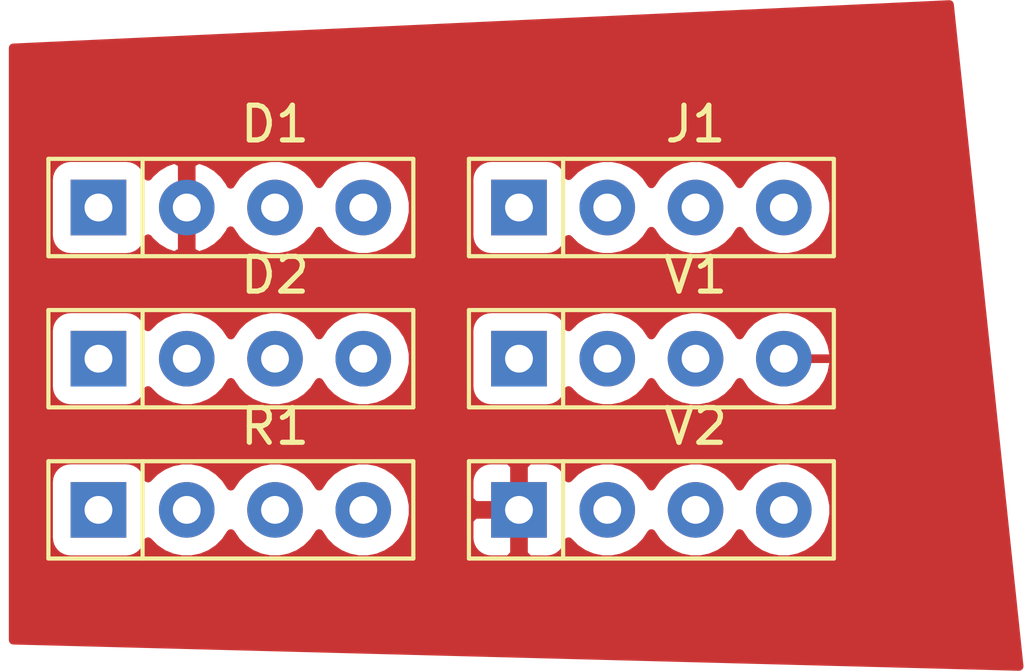
<source format=kicad_pcb>
(kicad_pcb (version 20171130) (host pcbnew 5.1.10-88a1d61d58~90~ubuntu20.04.1)

  (general
    (thickness 1.6)
    (drawings 0)
    (tracks 2)
    (zones 0)
    (modules 6)
    (nets 7)
  )

  (page A4)
  (layers
    (0 F.Cu signal)
    (31 B.Cu signal)
    (32 B.Adhes user)
    (33 F.Adhes user)
    (34 B.Paste user)
    (35 F.Paste user)
    (36 B.SilkS user)
    (37 F.SilkS user)
    (38 B.Mask user)
    (39 F.Mask user)
    (40 Dwgs.User user)
    (41 Cmts.User user)
    (42 Eco1.User user)
    (43 Eco2.User user)
    (44 Edge.Cuts user)
    (45 Margin user)
    (46 B.CrtYd user)
    (47 F.CrtYd user)
    (48 B.Fab user)
    (49 F.Fab user)
  )

  (setup
    (last_trace_width 0.25)
    (trace_clearance 0.2)
    (zone_clearance 0.508)
    (zone_45_only no)
    (trace_min 0.2)
    (via_size 0.8)
    (via_drill 0.4)
    (via_min_size 0.4)
    (via_min_drill 0.3)
    (uvia_size 0.3)
    (uvia_drill 0.1)
    (uvias_allowed no)
    (uvia_min_size 0.2)
    (uvia_min_drill 0.1)
    (edge_width 0.05)
    (segment_width 0.2)
    (pcb_text_width 0.3)
    (pcb_text_size 1.5 1.5)
    (mod_edge_width 0.12)
    (mod_text_size 1 1)
    (mod_text_width 0.15)
    (pad_size 1.524 1.524)
    (pad_drill 0.762)
    (pad_to_mask_clearance 0)
    (aux_axis_origin 0 0)
    (visible_elements FFFFFF7F)
    (pcbplotparams
      (layerselection 0x010fc_ffffffff)
      (usegerberextensions false)
      (usegerberattributes true)
      (usegerberadvancedattributes true)
      (creategerberjobfile true)
      (excludeedgelayer true)
      (linewidth 0.100000)
      (plotframeref false)
      (viasonmask false)
      (mode 1)
      (useauxorigin false)
      (hpglpennumber 1)
      (hpglpenspeed 20)
      (hpglpendiameter 15.000000)
      (psnegative false)
      (psa4output false)
      (plotreference true)
      (plotvalue true)
      (plotinvisibletext false)
      (padsonsilk false)
      (subtractmaskfromsilk false)
      (outputformat 1)
      (mirror false)
      (drillshape 1)
      (scaleselection 1)
      (outputdirectory ""))
  )

  (net 0 "")
  (net 1 VCC)
  (net 2 sortie)
  (net 3 GND)
  (net 4 "Net-(J1-Pad1)")
  (net 5 "Net-(J1-Pad2)")
  (net 6 entre)

  (net_class Default "This is the default net class."
    (clearance 0.2)
    (trace_width 0.25)
    (via_dia 0.8)
    (via_drill 0.4)
    (uvia_dia 0.3)
    (uvia_drill 0.1)
    (add_net GND)
    (add_net "Net-(J1-Pad1)")
    (add_net "Net-(J1-Pad2)")
    (add_net VCC)
    (add_net entre)
    (add_net sortie)
  )

  (module Resistor_THT:R_Array_SIP4 (layer F.Cu) (tedit 5A14249F) (tstamp 617DCFD6)
    (at 111.545001 59.565001)
    (descr "4-pin Resistor SIP pack")
    (tags R)
    (path /6175AAC1)
    (fp_text reference D1 (at 5.08 -2.4) (layer F.SilkS)
      (effects (font (size 1 1) (thickness 0.15)))
    )
    (fp_text value DIODE (at 5.08 2.4) (layer F.Fab)
      (effects (font (size 1 1) (thickness 0.15)))
    )
    (fp_text user %R (at 3.81 0) (layer F.Fab)
      (effects (font (size 1 1) (thickness 0.15)))
    )
    (fp_line (start -1.29 -1.25) (end -1.29 1.25) (layer F.Fab) (width 0.1))
    (fp_line (start -1.29 1.25) (end 8.91 1.25) (layer F.Fab) (width 0.1))
    (fp_line (start 8.91 1.25) (end 8.91 -1.25) (layer F.Fab) (width 0.1))
    (fp_line (start 8.91 -1.25) (end -1.29 -1.25) (layer F.Fab) (width 0.1))
    (fp_line (start 1.27 -1.25) (end 1.27 1.25) (layer F.Fab) (width 0.1))
    (fp_line (start -1.44 -1.4) (end -1.44 1.4) (layer F.SilkS) (width 0.12))
    (fp_line (start -1.44 1.4) (end 9.06 1.4) (layer F.SilkS) (width 0.12))
    (fp_line (start 9.06 1.4) (end 9.06 -1.4) (layer F.SilkS) (width 0.12))
    (fp_line (start 9.06 -1.4) (end -1.44 -1.4) (layer F.SilkS) (width 0.12))
    (fp_line (start 1.27 -1.4) (end 1.27 1.4) (layer F.SilkS) (width 0.12))
    (fp_line (start -1.7 -1.65) (end -1.7 1.65) (layer F.CrtYd) (width 0.05))
    (fp_line (start -1.7 1.65) (end 9.35 1.65) (layer F.CrtYd) (width 0.05))
    (fp_line (start 9.35 1.65) (end 9.35 -1.65) (layer F.CrtYd) (width 0.05))
    (fp_line (start 9.35 -1.65) (end -1.7 -1.65) (layer F.CrtYd) (width 0.05))
    (pad 4 thru_hole oval (at 7.62 0) (size 1.6 1.6) (drill 0.8) (layers *.Cu *.Mask))
    (pad 3 thru_hole oval (at 5.08 0) (size 1.6 1.6) (drill 0.8) (layers *.Cu *.Mask))
    (pad 2 thru_hole oval (at 2.54 0) (size 1.6 1.6) (drill 0.8) (layers *.Cu *.Mask)
      (net 1 VCC))
    (pad 1 thru_hole rect (at 0 0) (size 1.6 1.6) (drill 0.8) (layers *.Cu *.Mask)
      (net 2 sortie))
    (model ${KISYS3DMOD}/Resistor_THT.3dshapes/R_Array_SIP4.wrl
      (at (xyz 0 0 0))
      (scale (xyz 1 1 1))
      (rotate (xyz 0 0 0))
    )
  )

  (module Resistor_THT:R_Array_SIP4 (layer F.Cu) (tedit 5A14249F) (tstamp 617DCFED)
    (at 111.545001 63.915001)
    (descr "4-pin Resistor SIP pack")
    (tags R)
    (path /6174005E)
    (fp_text reference D2 (at 5.08 -2.4) (layer F.SilkS)
      (effects (font (size 1 1) (thickness 0.15)))
    )
    (fp_text value DIODE (at 5.08 2.4) (layer F.Fab)
      (effects (font (size 1 1) (thickness 0.15)))
    )
    (fp_line (start 9.35 -1.65) (end -1.7 -1.65) (layer F.CrtYd) (width 0.05))
    (fp_line (start 9.35 1.65) (end 9.35 -1.65) (layer F.CrtYd) (width 0.05))
    (fp_line (start -1.7 1.65) (end 9.35 1.65) (layer F.CrtYd) (width 0.05))
    (fp_line (start -1.7 -1.65) (end -1.7 1.65) (layer F.CrtYd) (width 0.05))
    (fp_line (start 1.27 -1.4) (end 1.27 1.4) (layer F.SilkS) (width 0.12))
    (fp_line (start 9.06 -1.4) (end -1.44 -1.4) (layer F.SilkS) (width 0.12))
    (fp_line (start 9.06 1.4) (end 9.06 -1.4) (layer F.SilkS) (width 0.12))
    (fp_line (start -1.44 1.4) (end 9.06 1.4) (layer F.SilkS) (width 0.12))
    (fp_line (start -1.44 -1.4) (end -1.44 1.4) (layer F.SilkS) (width 0.12))
    (fp_line (start 1.27 -1.25) (end 1.27 1.25) (layer F.Fab) (width 0.1))
    (fp_line (start 8.91 -1.25) (end -1.29 -1.25) (layer F.Fab) (width 0.1))
    (fp_line (start 8.91 1.25) (end 8.91 -1.25) (layer F.Fab) (width 0.1))
    (fp_line (start -1.29 1.25) (end 8.91 1.25) (layer F.Fab) (width 0.1))
    (fp_line (start -1.29 -1.25) (end -1.29 1.25) (layer F.Fab) (width 0.1))
    (fp_text user %R (at 3.81 0) (layer F.Fab)
      (effects (font (size 1 1) (thickness 0.15)))
    )
    (pad 1 thru_hole rect (at 0 0) (size 1.6 1.6) (drill 0.8) (layers *.Cu *.Mask)
      (net 3 GND))
    (pad 2 thru_hole oval (at 2.54 0) (size 1.6 1.6) (drill 0.8) (layers *.Cu *.Mask)
      (net 2 sortie))
    (pad 3 thru_hole oval (at 5.08 0) (size 1.6 1.6) (drill 0.8) (layers *.Cu *.Mask))
    (pad 4 thru_hole oval (at 7.62 0) (size 1.6 1.6) (drill 0.8) (layers *.Cu *.Mask))
    (model ${KISYS3DMOD}/Resistor_THT.3dshapes/R_Array_SIP4.wrl
      (at (xyz 0 0 0))
      (scale (xyz 1 1 1))
      (rotate (xyz 0 0 0))
    )
  )

  (module Resistor_THT:R_Array_SIP4 (layer F.Cu) (tedit 5A14249F) (tstamp 617DD004)
    (at 123.645001 59.565001)
    (descr "4-pin Resistor SIP pack")
    (tags R)
    (path /6172C1A6)
    (fp_text reference J1 (at 5.08 -2.4) (layer F.SilkS)
      (effects (font (size 1 1) (thickness 0.15)))
    )
    (fp_text value entre (at 5.08 2.4) (layer F.Fab)
      (effects (font (size 1 1) (thickness 0.15)))
    )
    (fp_line (start 9.35 -1.65) (end -1.7 -1.65) (layer F.CrtYd) (width 0.05))
    (fp_line (start 9.35 1.65) (end 9.35 -1.65) (layer F.CrtYd) (width 0.05))
    (fp_line (start -1.7 1.65) (end 9.35 1.65) (layer F.CrtYd) (width 0.05))
    (fp_line (start -1.7 -1.65) (end -1.7 1.65) (layer F.CrtYd) (width 0.05))
    (fp_line (start 1.27 -1.4) (end 1.27 1.4) (layer F.SilkS) (width 0.12))
    (fp_line (start 9.06 -1.4) (end -1.44 -1.4) (layer F.SilkS) (width 0.12))
    (fp_line (start 9.06 1.4) (end 9.06 -1.4) (layer F.SilkS) (width 0.12))
    (fp_line (start -1.44 1.4) (end 9.06 1.4) (layer F.SilkS) (width 0.12))
    (fp_line (start -1.44 -1.4) (end -1.44 1.4) (layer F.SilkS) (width 0.12))
    (fp_line (start 1.27 -1.25) (end 1.27 1.25) (layer F.Fab) (width 0.1))
    (fp_line (start 8.91 -1.25) (end -1.29 -1.25) (layer F.Fab) (width 0.1))
    (fp_line (start 8.91 1.25) (end 8.91 -1.25) (layer F.Fab) (width 0.1))
    (fp_line (start -1.29 1.25) (end 8.91 1.25) (layer F.Fab) (width 0.1))
    (fp_line (start -1.29 -1.25) (end -1.29 1.25) (layer F.Fab) (width 0.1))
    (fp_text user %R (at 3.81 0) (layer F.Fab)
      (effects (font (size 1 1) (thickness 0.15)))
    )
    (pad 1 thru_hole rect (at 0 0) (size 1.6 1.6) (drill 0.8) (layers *.Cu *.Mask)
      (net 4 "Net-(J1-Pad1)"))
    (pad 2 thru_hole oval (at 2.54 0) (size 1.6 1.6) (drill 0.8) (layers *.Cu *.Mask)
      (net 5 "Net-(J1-Pad2)"))
    (pad 3 thru_hole oval (at 5.08 0) (size 1.6 1.6) (drill 0.8) (layers *.Cu *.Mask))
    (pad 4 thru_hole oval (at 7.62 0) (size 1.6 1.6) (drill 0.8) (layers *.Cu *.Mask))
    (model ${KISYS3DMOD}/Resistor_THT.3dshapes/R_Array_SIP4.wrl
      (at (xyz 0 0 0))
      (scale (xyz 1 1 1))
      (rotate (xyz 0 0 0))
    )
  )

  (module Resistor_THT:R_Array_SIP4 (layer F.Cu) (tedit 5A14249F) (tstamp 617DD01B)
    (at 111.545001 68.265001)
    (descr "4-pin Resistor SIP pack")
    (tags R)
    (path /61719973)
    (fp_text reference R1 (at 5.08 -2.4) (layer F.SilkS)
      (effects (font (size 1 1) (thickness 0.15)))
    )
    (fp_text value 1k (at 5.08 2.4) (layer F.Fab)
      (effects (font (size 1 1) (thickness 0.15)))
    )
    (fp_line (start 9.35 -1.65) (end -1.7 -1.65) (layer F.CrtYd) (width 0.05))
    (fp_line (start 9.35 1.65) (end 9.35 -1.65) (layer F.CrtYd) (width 0.05))
    (fp_line (start -1.7 1.65) (end 9.35 1.65) (layer F.CrtYd) (width 0.05))
    (fp_line (start -1.7 -1.65) (end -1.7 1.65) (layer F.CrtYd) (width 0.05))
    (fp_line (start 1.27 -1.4) (end 1.27 1.4) (layer F.SilkS) (width 0.12))
    (fp_line (start 9.06 -1.4) (end -1.44 -1.4) (layer F.SilkS) (width 0.12))
    (fp_line (start 9.06 1.4) (end 9.06 -1.4) (layer F.SilkS) (width 0.12))
    (fp_line (start -1.44 1.4) (end 9.06 1.4) (layer F.SilkS) (width 0.12))
    (fp_line (start -1.44 -1.4) (end -1.44 1.4) (layer F.SilkS) (width 0.12))
    (fp_line (start 1.27 -1.25) (end 1.27 1.25) (layer F.Fab) (width 0.1))
    (fp_line (start 8.91 -1.25) (end -1.29 -1.25) (layer F.Fab) (width 0.1))
    (fp_line (start 8.91 1.25) (end 8.91 -1.25) (layer F.Fab) (width 0.1))
    (fp_line (start -1.29 1.25) (end 8.91 1.25) (layer F.Fab) (width 0.1))
    (fp_line (start -1.29 -1.25) (end -1.29 1.25) (layer F.Fab) (width 0.1))
    (fp_text user %R (at 3.81 0) (layer F.Fab)
      (effects (font (size 1 1) (thickness 0.15)))
    )
    (pad 1 thru_hole rect (at 0 0) (size 1.6 1.6) (drill 0.8) (layers *.Cu *.Mask)
      (net 2 sortie))
    (pad 2 thru_hole oval (at 2.54 0) (size 1.6 1.6) (drill 0.8) (layers *.Cu *.Mask)
      (net 6 entre))
    (pad 3 thru_hole oval (at 5.08 0) (size 1.6 1.6) (drill 0.8) (layers *.Cu *.Mask))
    (pad 4 thru_hole oval (at 7.62 0) (size 1.6 1.6) (drill 0.8) (layers *.Cu *.Mask))
    (model ${KISYS3DMOD}/Resistor_THT.3dshapes/R_Array_SIP4.wrl
      (at (xyz 0 0 0))
      (scale (xyz 1 1 1))
      (rotate (xyz 0 0 0))
    )
  )

  (module Resistor_THT:R_Array_SIP4 (layer F.Cu) (tedit 5A14249F) (tstamp 617DD032)
    (at 123.645001 63.915001)
    (descr "4-pin Resistor SIP pack")
    (tags R)
    (path /61734F7B)
    (fp_text reference V1 (at 5.08 -2.4) (layer F.SilkS)
      (effects (font (size 1 1) (thickness 0.15)))
    )
    (fp_text value VSIN (at 5.08 2.4) (layer F.Fab)
      (effects (font (size 1 1) (thickness 0.15)))
    )
    (fp_text user %R (at 3.81 0) (layer F.Fab)
      (effects (font (size 1 1) (thickness 0.15)))
    )
    (fp_line (start -1.29 -1.25) (end -1.29 1.25) (layer F.Fab) (width 0.1))
    (fp_line (start -1.29 1.25) (end 8.91 1.25) (layer F.Fab) (width 0.1))
    (fp_line (start 8.91 1.25) (end 8.91 -1.25) (layer F.Fab) (width 0.1))
    (fp_line (start 8.91 -1.25) (end -1.29 -1.25) (layer F.Fab) (width 0.1))
    (fp_line (start 1.27 -1.25) (end 1.27 1.25) (layer F.Fab) (width 0.1))
    (fp_line (start -1.44 -1.4) (end -1.44 1.4) (layer F.SilkS) (width 0.12))
    (fp_line (start -1.44 1.4) (end 9.06 1.4) (layer F.SilkS) (width 0.12))
    (fp_line (start 9.06 1.4) (end 9.06 -1.4) (layer F.SilkS) (width 0.12))
    (fp_line (start 9.06 -1.4) (end -1.44 -1.4) (layer F.SilkS) (width 0.12))
    (fp_line (start 1.27 -1.4) (end 1.27 1.4) (layer F.SilkS) (width 0.12))
    (fp_line (start -1.7 -1.65) (end -1.7 1.65) (layer F.CrtYd) (width 0.05))
    (fp_line (start -1.7 1.65) (end 9.35 1.65) (layer F.CrtYd) (width 0.05))
    (fp_line (start 9.35 1.65) (end 9.35 -1.65) (layer F.CrtYd) (width 0.05))
    (fp_line (start 9.35 -1.65) (end -1.7 -1.65) (layer F.CrtYd) (width 0.05))
    (pad 4 thru_hole oval (at 7.62 0) (size 1.6 1.6) (drill 0.8) (layers *.Cu *.Mask))
    (pad 3 thru_hole oval (at 5.08 0) (size 1.6 1.6) (drill 0.8) (layers *.Cu *.Mask))
    (pad 2 thru_hole oval (at 2.54 0) (size 1.6 1.6) (drill 0.8) (layers *.Cu *.Mask)
      (net 3 GND))
    (pad 1 thru_hole rect (at 0 0) (size 1.6 1.6) (drill 0.8) (layers *.Cu *.Mask)
      (net 6 entre))
    (model ${KISYS3DMOD}/Resistor_THT.3dshapes/R_Array_SIP4.wrl
      (at (xyz 0 0 0))
      (scale (xyz 1 1 1))
      (rotate (xyz 0 0 0))
    )
  )

  (module Resistor_THT:R_Array_SIP4 (layer F.Cu) (tedit 5A14249F) (tstamp 617DD049)
    (at 123.645001 68.265001)
    (descr "4-pin Resistor SIP pack")
    (tags R)
    (path /6171C623)
    (fp_text reference V2 (at 5.08 -2.4) (layer F.SilkS)
      (effects (font (size 1 1) (thickness 0.15)))
    )
    (fp_text value "DC 5" (at 5.08 2.4) (layer F.Fab)
      (effects (font (size 1 1) (thickness 0.15)))
    )
    (fp_text user %R (at 3.81 0) (layer F.Fab)
      (effects (font (size 1 1) (thickness 0.15)))
    )
    (fp_line (start -1.29 -1.25) (end -1.29 1.25) (layer F.Fab) (width 0.1))
    (fp_line (start -1.29 1.25) (end 8.91 1.25) (layer F.Fab) (width 0.1))
    (fp_line (start 8.91 1.25) (end 8.91 -1.25) (layer F.Fab) (width 0.1))
    (fp_line (start 8.91 -1.25) (end -1.29 -1.25) (layer F.Fab) (width 0.1))
    (fp_line (start 1.27 -1.25) (end 1.27 1.25) (layer F.Fab) (width 0.1))
    (fp_line (start -1.44 -1.4) (end -1.44 1.4) (layer F.SilkS) (width 0.12))
    (fp_line (start -1.44 1.4) (end 9.06 1.4) (layer F.SilkS) (width 0.12))
    (fp_line (start 9.06 1.4) (end 9.06 -1.4) (layer F.SilkS) (width 0.12))
    (fp_line (start 9.06 -1.4) (end -1.44 -1.4) (layer F.SilkS) (width 0.12))
    (fp_line (start 1.27 -1.4) (end 1.27 1.4) (layer F.SilkS) (width 0.12))
    (fp_line (start -1.7 -1.65) (end -1.7 1.65) (layer F.CrtYd) (width 0.05))
    (fp_line (start -1.7 1.65) (end 9.35 1.65) (layer F.CrtYd) (width 0.05))
    (fp_line (start 9.35 1.65) (end 9.35 -1.65) (layer F.CrtYd) (width 0.05))
    (fp_line (start 9.35 -1.65) (end -1.7 -1.65) (layer F.CrtYd) (width 0.05))
    (pad 4 thru_hole oval (at 7.62 0) (size 1.6 1.6) (drill 0.8) (layers *.Cu *.Mask))
    (pad 3 thru_hole oval (at 5.08 0) (size 1.6 1.6) (drill 0.8) (layers *.Cu *.Mask))
    (pad 2 thru_hole oval (at 2.54 0) (size 1.6 1.6) (drill 0.8) (layers *.Cu *.Mask)
      (net 3 GND))
    (pad 1 thru_hole rect (at 0 0) (size 1.6 1.6) (drill 0.8) (layers *.Cu *.Mask)
      (net 1 VCC))
    (model ${KISYS3DMOD}/Resistor_THT.3dshapes/R_Array_SIP4.wrl
      (at (xyz 0 0 0))
      (scale (xyz 1 1 1))
      (rotate (xyz 0 0 0))
    )
  )

  (segment (start 132.934999 63.915001) (end 135.128 61.722) (width 0.25) (layer F.Cu) (net 0))
  (segment (start 131.265001 63.915001) (end 132.934999 63.915001) (width 0.25) (layer F.Cu) (net 0))

  (zone (net 1) (net_name VCC) (layer F.Cu) (tstamp 0) (hatch edge 0.508)
    (connect_pads (clearance 0.508))
    (min_thickness 0.254)
    (fill yes (arc_segments 32) (thermal_gap 0.508) (thermal_bridge_width 0.508))
    (polygon
      (pts
        (xy 138.176 72.898) (xy 108.966 72.136) (xy 108.966 54.864) (xy 108.712 54.864) (xy 136.144 53.594)
      )
    )
    (filled_polygon
      (pts
        (xy 138.034537 72.767266) (xy 109.093 72.01227) (xy 109.093 67.465001) (xy 110.106929 67.465001) (xy 110.106929 69.065001)
        (xy 110.119189 69.189483) (xy 110.155499 69.309181) (xy 110.214464 69.419495) (xy 110.293816 69.516186) (xy 110.390507 69.595538)
        (xy 110.500821 69.654503) (xy 110.620519 69.690813) (xy 110.745001 69.703073) (xy 112.345001 69.703073) (xy 112.469483 69.690813)
        (xy 112.589181 69.654503) (xy 112.699495 69.595538) (xy 112.796186 69.516186) (xy 112.875538 69.419495) (xy 112.934503 69.309181)
        (xy 112.970813 69.189483) (xy 112.971644 69.18104) (xy 113.170242 69.379638) (xy 113.405274 69.536681) (xy 113.666427 69.644854)
        (xy 113.943666 69.700001) (xy 114.226336 69.700001) (xy 114.503575 69.644854) (xy 114.764728 69.536681) (xy 114.99976 69.379638)
        (xy 115.199638 69.17976) (xy 115.355001 68.947242) (xy 115.510364 69.17976) (xy 115.710242 69.379638) (xy 115.945274 69.536681)
        (xy 116.206427 69.644854) (xy 116.483666 69.700001) (xy 116.766336 69.700001) (xy 117.043575 69.644854) (xy 117.304728 69.536681)
        (xy 117.53976 69.379638) (xy 117.739638 69.17976) (xy 117.895001 68.947242) (xy 118.050364 69.17976) (xy 118.250242 69.379638)
        (xy 118.485274 69.536681) (xy 118.746427 69.644854) (xy 119.023666 69.700001) (xy 119.306336 69.700001) (xy 119.583575 69.644854)
        (xy 119.844728 69.536681) (xy 120.07976 69.379638) (xy 120.279638 69.17976) (xy 120.356317 69.065001) (xy 122.206929 69.065001)
        (xy 122.219189 69.189483) (xy 122.255499 69.309181) (xy 122.314464 69.419495) (xy 122.393816 69.516186) (xy 122.490507 69.595538)
        (xy 122.600821 69.654503) (xy 122.720519 69.690813) (xy 122.845001 69.703073) (xy 123.359251 69.700001) (xy 123.518001 69.541251)
        (xy 123.518001 68.392001) (xy 122.368751 68.392001) (xy 122.210001 68.550751) (xy 122.206929 69.065001) (xy 120.356317 69.065001)
        (xy 120.436681 68.944728) (xy 120.544854 68.683575) (xy 120.600001 68.406336) (xy 120.600001 68.123666) (xy 120.544854 67.846427)
        (xy 120.436681 67.585274) (xy 120.356318 67.465001) (xy 122.206929 67.465001) (xy 122.210001 67.979251) (xy 122.368751 68.138001)
        (xy 123.518001 68.138001) (xy 123.518001 66.988751) (xy 123.772001 66.988751) (xy 123.772001 68.138001) (xy 123.792001 68.138001)
        (xy 123.792001 68.392001) (xy 123.772001 68.392001) (xy 123.772001 69.541251) (xy 123.930751 69.700001) (xy 124.445001 69.703073)
        (xy 124.569483 69.690813) (xy 124.689181 69.654503) (xy 124.799495 69.595538) (xy 124.896186 69.516186) (xy 124.975538 69.419495)
        (xy 125.034503 69.309181) (xy 125.070813 69.189483) (xy 125.071644 69.18104) (xy 125.270242 69.379638) (xy 125.505274 69.536681)
        (xy 125.766427 69.644854) (xy 126.043666 69.700001) (xy 126.326336 69.700001) (xy 126.603575 69.644854) (xy 126.864728 69.536681)
        (xy 127.09976 69.379638) (xy 127.299638 69.17976) (xy 127.455001 68.947242) (xy 127.610364 69.17976) (xy 127.810242 69.379638)
        (xy 128.045274 69.536681) (xy 128.306427 69.644854) (xy 128.583666 69.700001) (xy 128.866336 69.700001) (xy 129.143575 69.644854)
        (xy 129.404728 69.536681) (xy 129.63976 69.379638) (xy 129.839638 69.17976) (xy 129.995001 68.947242) (xy 130.150364 69.17976)
        (xy 130.350242 69.379638) (xy 130.585274 69.536681) (xy 130.846427 69.644854) (xy 131.123666 69.700001) (xy 131.406336 69.700001)
        (xy 131.683575 69.644854) (xy 131.944728 69.536681) (xy 132.17976 69.379638) (xy 132.379638 69.17976) (xy 132.536681 68.944728)
        (xy 132.644854 68.683575) (xy 132.700001 68.406336) (xy 132.700001 68.123666) (xy 132.644854 67.846427) (xy 132.536681 67.585274)
        (xy 132.379638 67.350242) (xy 132.17976 67.150364) (xy 131.944728 66.993321) (xy 131.683575 66.885148) (xy 131.406336 66.830001)
        (xy 131.123666 66.830001) (xy 130.846427 66.885148) (xy 130.585274 66.993321) (xy 130.350242 67.150364) (xy 130.150364 67.350242)
        (xy 129.995001 67.58276) (xy 129.839638 67.350242) (xy 129.63976 67.150364) (xy 129.404728 66.993321) (xy 129.143575 66.885148)
        (xy 128.866336 66.830001) (xy 128.583666 66.830001) (xy 128.306427 66.885148) (xy 128.045274 66.993321) (xy 127.810242 67.150364)
        (xy 127.610364 67.350242) (xy 127.455001 67.58276) (xy 127.299638 67.350242) (xy 127.09976 67.150364) (xy 126.864728 66.993321)
        (xy 126.603575 66.885148) (xy 126.326336 66.830001) (xy 126.043666 66.830001) (xy 125.766427 66.885148) (xy 125.505274 66.993321)
        (xy 125.270242 67.150364) (xy 125.071644 67.348962) (xy 125.070813 67.340519) (xy 125.034503 67.220821) (xy 124.975538 67.110507)
        (xy 124.896186 67.013816) (xy 124.799495 66.934464) (xy 124.689181 66.875499) (xy 124.569483 66.839189) (xy 124.445001 66.826929)
        (xy 123.930751 66.830001) (xy 123.772001 66.988751) (xy 123.518001 66.988751) (xy 123.359251 66.830001) (xy 122.845001 66.826929)
        (xy 122.720519 66.839189) (xy 122.600821 66.875499) (xy 122.490507 66.934464) (xy 122.393816 67.013816) (xy 122.314464 67.110507)
        (xy 122.255499 67.220821) (xy 122.219189 67.340519) (xy 122.206929 67.465001) (xy 120.356318 67.465001) (xy 120.279638 67.350242)
        (xy 120.07976 67.150364) (xy 119.844728 66.993321) (xy 119.583575 66.885148) (xy 119.306336 66.830001) (xy 119.023666 66.830001)
        (xy 118.746427 66.885148) (xy 118.485274 66.993321) (xy 118.250242 67.150364) (xy 118.050364 67.350242) (xy 117.895001 67.58276)
        (xy 117.739638 67.350242) (xy 117.53976 67.150364) (xy 117.304728 66.993321) (xy 117.043575 66.885148) (xy 116.766336 66.830001)
        (xy 116.483666 66.830001) (xy 116.206427 66.885148) (xy 115.945274 66.993321) (xy 115.710242 67.150364) (xy 115.510364 67.350242)
        (xy 115.355001 67.58276) (xy 115.199638 67.350242) (xy 114.99976 67.150364) (xy 114.764728 66.993321) (xy 114.503575 66.885148)
        (xy 114.226336 66.830001) (xy 113.943666 66.830001) (xy 113.666427 66.885148) (xy 113.405274 66.993321) (xy 113.170242 67.150364)
        (xy 112.971644 67.348962) (xy 112.970813 67.340519) (xy 112.934503 67.220821) (xy 112.875538 67.110507) (xy 112.796186 67.013816)
        (xy 112.699495 66.934464) (xy 112.589181 66.875499) (xy 112.469483 66.839189) (xy 112.345001 66.826929) (xy 110.745001 66.826929)
        (xy 110.620519 66.839189) (xy 110.500821 66.875499) (xy 110.390507 66.934464) (xy 110.293816 67.013816) (xy 110.214464 67.110507)
        (xy 110.155499 67.220821) (xy 110.119189 67.340519) (xy 110.106929 67.465001) (xy 109.093 67.465001) (xy 109.093 63.115001)
        (xy 110.106929 63.115001) (xy 110.106929 64.715001) (xy 110.119189 64.839483) (xy 110.155499 64.959181) (xy 110.214464 65.069495)
        (xy 110.293816 65.166186) (xy 110.390507 65.245538) (xy 110.500821 65.304503) (xy 110.620519 65.340813) (xy 110.745001 65.353073)
        (xy 112.345001 65.353073) (xy 112.469483 65.340813) (xy 112.589181 65.304503) (xy 112.699495 65.245538) (xy 112.796186 65.166186)
        (xy 112.875538 65.069495) (xy 112.934503 64.959181) (xy 112.970813 64.839483) (xy 112.971644 64.83104) (xy 113.170242 65.029638)
        (xy 113.405274 65.186681) (xy 113.666427 65.294854) (xy 113.943666 65.350001) (xy 114.226336 65.350001) (xy 114.503575 65.294854)
        (xy 114.764728 65.186681) (xy 114.99976 65.029638) (xy 115.199638 64.82976) (xy 115.355001 64.597242) (xy 115.510364 64.82976)
        (xy 115.710242 65.029638) (xy 115.945274 65.186681) (xy 116.206427 65.294854) (xy 116.483666 65.350001) (xy 116.766336 65.350001)
        (xy 117.043575 65.294854) (xy 117.304728 65.186681) (xy 117.53976 65.029638) (xy 117.739638 64.82976) (xy 117.895001 64.597242)
        (xy 118.050364 64.82976) (xy 118.250242 65.029638) (xy 118.485274 65.186681) (xy 118.746427 65.294854) (xy 119.023666 65.350001)
        (xy 119.306336 65.350001) (xy 119.583575 65.294854) (xy 119.844728 65.186681) (xy 120.07976 65.029638) (xy 120.279638 64.82976)
        (xy 120.436681 64.594728) (xy 120.544854 64.333575) (xy 120.600001 64.056336) (xy 120.600001 63.773666) (xy 120.544854 63.496427)
        (xy 120.436681 63.235274) (xy 120.356318 63.115001) (xy 122.206929 63.115001) (xy 122.206929 64.715001) (xy 122.219189 64.839483)
        (xy 122.255499 64.959181) (xy 122.314464 65.069495) (xy 122.393816 65.166186) (xy 122.490507 65.245538) (xy 122.600821 65.304503)
        (xy 122.720519 65.340813) (xy 122.845001 65.353073) (xy 124.445001 65.353073) (xy 124.569483 65.340813) (xy 124.689181 65.304503)
        (xy 124.799495 65.245538) (xy 124.896186 65.166186) (xy 124.975538 65.069495) (xy 125.034503 64.959181) (xy 125.070813 64.839483)
        (xy 125.071644 64.83104) (xy 125.270242 65.029638) (xy 125.505274 65.186681) (xy 125.766427 65.294854) (xy 126.043666 65.350001)
        (xy 126.326336 65.350001) (xy 126.603575 65.294854) (xy 126.864728 65.186681) (xy 127.09976 65.029638) (xy 127.299638 64.82976)
        (xy 127.455001 64.597242) (xy 127.610364 64.82976) (xy 127.810242 65.029638) (xy 128.045274 65.186681) (xy 128.306427 65.294854)
        (xy 128.583666 65.350001) (xy 128.866336 65.350001) (xy 129.143575 65.294854) (xy 129.404728 65.186681) (xy 129.63976 65.029638)
        (xy 129.839638 64.82976) (xy 129.995001 64.597242) (xy 130.150364 64.82976) (xy 130.350242 65.029638) (xy 130.585274 65.186681)
        (xy 130.846427 65.294854) (xy 131.123666 65.350001) (xy 131.406336 65.350001) (xy 131.683575 65.294854) (xy 131.944728 65.186681)
        (xy 132.17976 65.029638) (xy 132.379638 64.82976) (xy 132.536681 64.594728) (xy 132.644854 64.333575) (xy 132.700001 64.056336)
        (xy 132.700001 63.773666) (xy 132.644854 63.496427) (xy 132.536681 63.235274) (xy 132.379638 63.000242) (xy 132.17976 62.800364)
        (xy 131.944728 62.643321) (xy 131.683575 62.535148) (xy 131.406336 62.480001) (xy 131.123666 62.480001) (xy 130.846427 62.535148)
        (xy 130.585274 62.643321) (xy 130.350242 62.800364) (xy 130.150364 63.000242) (xy 129.995001 63.23276) (xy 129.839638 63.000242)
        (xy 129.63976 62.800364) (xy 129.404728 62.643321) (xy 129.143575 62.535148) (xy 128.866336 62.480001) (xy 128.583666 62.480001)
        (xy 128.306427 62.535148) (xy 128.045274 62.643321) (xy 127.810242 62.800364) (xy 127.610364 63.000242) (xy 127.455001 63.23276)
        (xy 127.299638 63.000242) (xy 127.09976 62.800364) (xy 126.864728 62.643321) (xy 126.603575 62.535148) (xy 126.326336 62.480001)
        (xy 126.043666 62.480001) (xy 125.766427 62.535148) (xy 125.505274 62.643321) (xy 125.270242 62.800364) (xy 125.071644 62.998962)
        (xy 125.070813 62.990519) (xy 125.034503 62.870821) (xy 124.975538 62.760507) (xy 124.896186 62.663816) (xy 124.799495 62.584464)
        (xy 124.689181 62.525499) (xy 124.569483 62.489189) (xy 124.445001 62.476929) (xy 122.845001 62.476929) (xy 122.720519 62.489189)
        (xy 122.600821 62.525499) (xy 122.490507 62.584464) (xy 122.393816 62.663816) (xy 122.314464 62.760507) (xy 122.255499 62.870821)
        (xy 122.219189 62.990519) (xy 122.206929 63.115001) (xy 120.356318 63.115001) (xy 120.279638 63.000242) (xy 120.07976 62.800364)
        (xy 119.844728 62.643321) (xy 119.583575 62.535148) (xy 119.306336 62.480001) (xy 119.023666 62.480001) (xy 118.746427 62.535148)
        (xy 118.485274 62.643321) (xy 118.250242 62.800364) (xy 118.050364 63.000242) (xy 117.895001 63.23276) (xy 117.739638 63.000242)
        (xy 117.53976 62.800364) (xy 117.304728 62.643321) (xy 117.043575 62.535148) (xy 116.766336 62.480001) (xy 116.483666 62.480001)
        (xy 116.206427 62.535148) (xy 115.945274 62.643321) (xy 115.710242 62.800364) (xy 115.510364 63.000242) (xy 115.355001 63.23276)
        (xy 115.199638 63.000242) (xy 114.99976 62.800364) (xy 114.764728 62.643321) (xy 114.503575 62.535148) (xy 114.226336 62.480001)
        (xy 113.943666 62.480001) (xy 113.666427 62.535148) (xy 113.405274 62.643321) (xy 113.170242 62.800364) (xy 112.971644 62.998962)
        (xy 112.970813 62.990519) (xy 112.934503 62.870821) (xy 112.875538 62.760507) (xy 112.796186 62.663816) (xy 112.699495 62.584464)
        (xy 112.589181 62.525499) (xy 112.469483 62.489189) (xy 112.345001 62.476929) (xy 110.745001 62.476929) (xy 110.620519 62.489189)
        (xy 110.500821 62.525499) (xy 110.390507 62.584464) (xy 110.293816 62.663816) (xy 110.214464 62.760507) (xy 110.155499 62.870821)
        (xy 110.119189 62.990519) (xy 110.106929 63.115001) (xy 109.093 63.115001) (xy 109.093 58.765001) (xy 110.106929 58.765001)
        (xy 110.106929 60.365001) (xy 110.119189 60.489483) (xy 110.155499 60.609181) (xy 110.214464 60.719495) (xy 110.293816 60.816186)
        (xy 110.390507 60.895538) (xy 110.500821 60.954503) (xy 110.620519 60.990813) (xy 110.745001 61.003073) (xy 112.345001 61.003073)
        (xy 112.469483 60.990813) (xy 112.589181 60.954503) (xy 112.699495 60.895538) (xy 112.796186 60.816186) (xy 112.875538 60.719495)
        (xy 112.934503 60.609181) (xy 112.970813 60.489483) (xy 112.973371 60.46351) (xy 113.021482 60.528415) (xy 113.22987 60.717386)
        (xy 113.47112 60.862071) (xy 113.735961 60.95691) (xy 113.958001 60.835625) (xy 113.958001 59.692001) (xy 113.938001 59.692001)
        (xy 113.938001 59.438001) (xy 113.958001 59.438001) (xy 113.958001 58.294377) (xy 114.212001 58.294377) (xy 114.212001 59.438001)
        (xy 114.232001 59.438001) (xy 114.232001 59.692001) (xy 114.212001 59.692001) (xy 114.212001 60.835625) (xy 114.434041 60.95691)
        (xy 114.698882 60.862071) (xy 114.940132 60.717386) (xy 115.14852 60.528415) (xy 115.316038 60.302421) (xy 115.348644 60.233436)
        (xy 115.353321 60.244728) (xy 115.510364 60.47976) (xy 115.710242 60.679638) (xy 115.945274 60.836681) (xy 116.206427 60.944854)
        (xy 116.483666 61.000001) (xy 116.766336 61.000001) (xy 117.043575 60.944854) (xy 117.304728 60.836681) (xy 117.53976 60.679638)
        (xy 117.739638 60.47976) (xy 117.895001 60.247242) (xy 118.050364 60.47976) (xy 118.250242 60.679638) (xy 118.485274 60.836681)
        (xy 118.746427 60.944854) (xy 119.023666 61.000001) (xy 119.306336 61.000001) (xy 119.583575 60.944854) (xy 119.844728 60.836681)
        (xy 120.07976 60.679638) (xy 120.279638 60.47976) (xy 120.436681 60.244728) (xy 120.544854 59.983575) (xy 120.600001 59.706336)
        (xy 120.600001 59.423666) (xy 120.544854 59.146427) (xy 120.436681 58.885274) (xy 120.356318 58.765001) (xy 122.206929 58.765001)
        (xy 122.206929 60.365001) (xy 122.219189 60.489483) (xy 122.255499 60.609181) (xy 122.314464 60.719495) (xy 122.393816 60.816186)
        (xy 122.490507 60.895538) (xy 122.600821 60.954503) (xy 122.720519 60.990813) (xy 122.845001 61.003073) (xy 124.445001 61.003073)
        (xy 124.569483 60.990813) (xy 124.689181 60.954503) (xy 124.799495 60.895538) (xy 124.896186 60.816186) (xy 124.975538 60.719495)
        (xy 125.034503 60.609181) (xy 125.070813 60.489483) (xy 125.071644 60.48104) (xy 125.270242 60.679638) (xy 125.505274 60.836681)
        (xy 125.766427 60.944854) (xy 126.043666 61.000001) (xy 126.326336 61.000001) (xy 126.603575 60.944854) (xy 126.864728 60.836681)
        (xy 127.09976 60.679638) (xy 127.299638 60.47976) (xy 127.455001 60.247242) (xy 127.610364 60.47976) (xy 127.810242 60.679638)
        (xy 128.045274 60.836681) (xy 128.306427 60.944854) (xy 128.583666 61.000001) (xy 128.866336 61.000001) (xy 129.143575 60.944854)
        (xy 129.404728 60.836681) (xy 129.63976 60.679638) (xy 129.839638 60.47976) (xy 129.995001 60.247242) (xy 130.150364 60.47976)
        (xy 130.350242 60.679638) (xy 130.585274 60.836681) (xy 130.846427 60.944854) (xy 131.123666 61.000001) (xy 131.406336 61.000001)
        (xy 131.683575 60.944854) (xy 131.944728 60.836681) (xy 132.17976 60.679638) (xy 132.379638 60.47976) (xy 132.536681 60.244728)
        (xy 132.644854 59.983575) (xy 132.700001 59.706336) (xy 132.700001 59.423666) (xy 132.644854 59.146427) (xy 132.536681 58.885274)
        (xy 132.379638 58.650242) (xy 132.17976 58.450364) (xy 131.944728 58.293321) (xy 131.683575 58.185148) (xy 131.406336 58.130001)
        (xy 131.123666 58.130001) (xy 130.846427 58.185148) (xy 130.585274 58.293321) (xy 130.350242 58.450364) (xy 130.150364 58.650242)
        (xy 129.995001 58.88276) (xy 129.839638 58.650242) (xy 129.63976 58.450364) (xy 129.404728 58.293321) (xy 129.143575 58.185148)
        (xy 128.866336 58.130001) (xy 128.583666 58.130001) (xy 128.306427 58.185148) (xy 128.045274 58.293321) (xy 127.810242 58.450364)
        (xy 127.610364 58.650242) (xy 127.455001 58.88276) (xy 127.299638 58.650242) (xy 127.09976 58.450364) (xy 126.864728 58.293321)
        (xy 126.603575 58.185148) (xy 126.326336 58.130001) (xy 126.043666 58.130001) (xy 125.766427 58.185148) (xy 125.505274 58.293321)
        (xy 125.270242 58.450364) (xy 125.071644 58.648962) (xy 125.070813 58.640519) (xy 125.034503 58.520821) (xy 124.975538 58.410507)
        (xy 124.896186 58.313816) (xy 124.799495 58.234464) (xy 124.689181 58.175499) (xy 124.569483 58.139189) (xy 124.445001 58.126929)
        (xy 122.845001 58.126929) (xy 122.720519 58.139189) (xy 122.600821 58.175499) (xy 122.490507 58.234464) (xy 122.393816 58.313816)
        (xy 122.314464 58.410507) (xy 122.255499 58.520821) (xy 122.219189 58.640519) (xy 122.206929 58.765001) (xy 120.356318 58.765001)
        (xy 120.279638 58.650242) (xy 120.07976 58.450364) (xy 119.844728 58.293321) (xy 119.583575 58.185148) (xy 119.306336 58.130001)
        (xy 119.023666 58.130001) (xy 118.746427 58.185148) (xy 118.485274 58.293321) (xy 118.250242 58.450364) (xy 118.050364 58.650242)
        (xy 117.895001 58.88276) (xy 117.739638 58.650242) (xy 117.53976 58.450364) (xy 117.304728 58.293321) (xy 117.043575 58.185148)
        (xy 116.766336 58.130001) (xy 116.483666 58.130001) (xy 116.206427 58.185148) (xy 115.945274 58.293321) (xy 115.710242 58.450364)
        (xy 115.510364 58.650242) (xy 115.353321 58.885274) (xy 115.348644 58.896566) (xy 115.316038 58.827581) (xy 115.14852 58.601587)
        (xy 114.940132 58.412616) (xy 114.698882 58.267931) (xy 114.434041 58.173092) (xy 114.212001 58.294377) (xy 113.958001 58.294377)
        (xy 113.735961 58.173092) (xy 113.47112 58.267931) (xy 113.22987 58.412616) (xy 113.021482 58.601587) (xy 112.973371 58.666492)
        (xy 112.970813 58.640519) (xy 112.934503 58.520821) (xy 112.875538 58.410507) (xy 112.796186 58.313816) (xy 112.699495 58.234464)
        (xy 112.589181 58.175499) (xy 112.469483 58.139189) (xy 112.345001 58.126929) (xy 110.745001 58.126929) (xy 110.620519 58.139189)
        (xy 110.500821 58.175499) (xy 110.390507 58.234464) (xy 110.293816 58.313816) (xy 110.214464 58.410507) (xy 110.155499 58.520821)
        (xy 110.119189 58.640519) (xy 110.106929 58.765001) (xy 109.093 58.765001) (xy 109.093 54.973497) (xy 136.030236 53.726403)
      )
    )
  )
)

</source>
